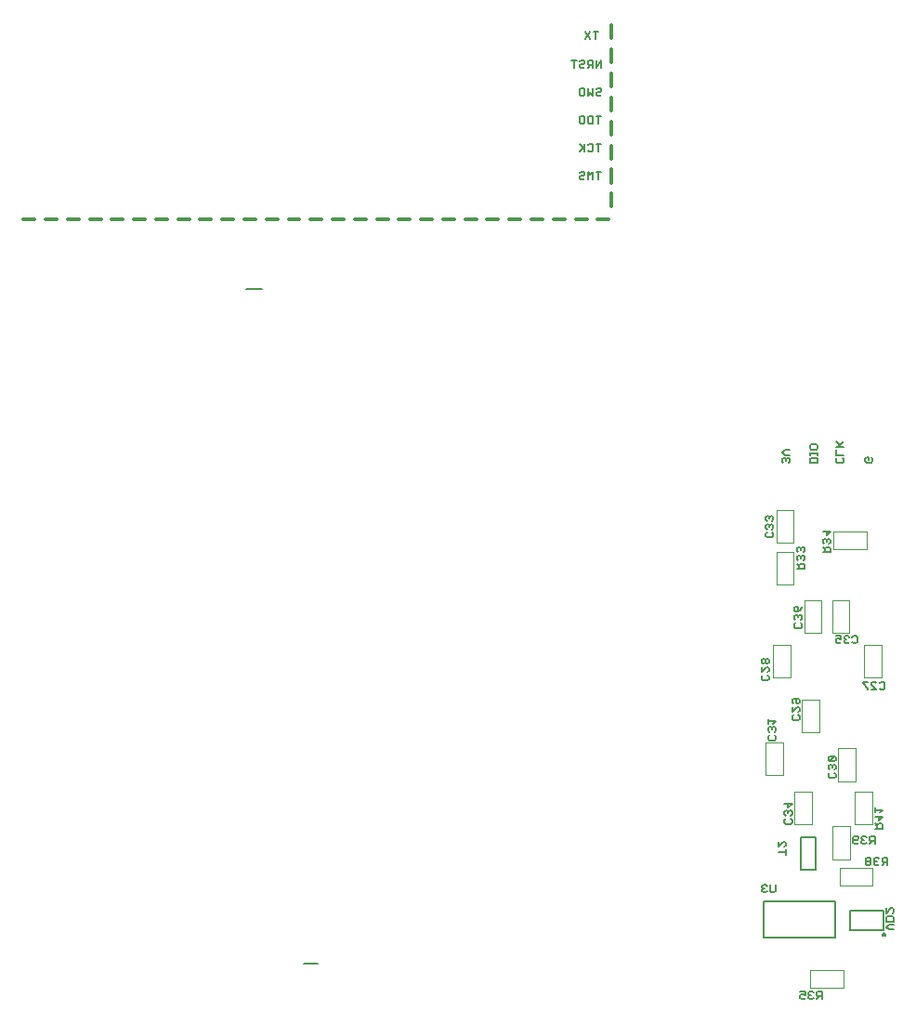
<source format=gbr>
G75*
%MOIN*%
%OFA0B0*%
%FSLAX25Y25*%
%IPPOS*%
%LPD*%
%AMOC8*
5,1,8,0,0,1.08239X$1,22.5*
%
%ADD10C,0.00500*%
%ADD11C,0.01200*%
%ADD12C,0.00800*%
%ADD13C,0.00200*%
%ADD14C,0.00600*%
D10*
X0271355Y0049950D02*
X0271805Y0049500D01*
X0272706Y0049500D01*
X0273156Y0049950D01*
X0274301Y0049950D02*
X0274301Y0052202D01*
X0273156Y0051752D02*
X0272706Y0052202D01*
X0271805Y0052202D01*
X0271355Y0051752D01*
X0271355Y0051302D01*
X0271805Y0050851D01*
X0271355Y0050401D01*
X0271355Y0049950D01*
X0271805Y0050851D02*
X0272255Y0050851D01*
X0274301Y0049950D02*
X0274752Y0049500D01*
X0275652Y0049500D01*
X0276103Y0049950D01*
X0276103Y0052202D01*
X0285097Y0057594D02*
X0290609Y0057594D01*
X0290609Y0069406D01*
X0285097Y0069406D01*
X0285097Y0057594D01*
X0279839Y0063044D02*
X0279839Y0064846D01*
X0279839Y0063945D02*
X0277137Y0063945D01*
X0277137Y0065990D02*
X0278939Y0067792D01*
X0279389Y0067792D01*
X0279839Y0067342D01*
X0279839Y0066441D01*
X0279389Y0065990D01*
X0277137Y0065990D02*
X0277137Y0067792D01*
X0279853Y0074080D02*
X0279403Y0074531D01*
X0279403Y0075431D01*
X0279853Y0075882D01*
X0279853Y0077027D02*
X0279403Y0077477D01*
X0279403Y0078378D01*
X0279853Y0078828D01*
X0280303Y0078828D01*
X0280754Y0078378D01*
X0280754Y0077927D01*
X0280754Y0078378D02*
X0281204Y0078828D01*
X0281655Y0078828D01*
X0282105Y0078378D01*
X0282105Y0077477D01*
X0281655Y0077027D01*
X0281655Y0075882D02*
X0282105Y0075431D01*
X0282105Y0074531D01*
X0281655Y0074080D01*
X0279853Y0074080D01*
X0280754Y0079973D02*
X0280754Y0081775D01*
X0282105Y0081324D02*
X0280754Y0079973D01*
X0279403Y0081324D02*
X0282105Y0081324D01*
X0295103Y0091031D02*
X0295103Y0091931D01*
X0295553Y0092382D01*
X0295553Y0093527D02*
X0295103Y0093977D01*
X0295103Y0094878D01*
X0295553Y0095328D01*
X0296003Y0095328D01*
X0296454Y0094878D01*
X0296454Y0094428D01*
X0296454Y0094878D02*
X0296904Y0095328D01*
X0297355Y0095328D01*
X0297805Y0094878D01*
X0297805Y0093977D01*
X0297355Y0093527D01*
X0297355Y0092382D02*
X0297805Y0091931D01*
X0297805Y0091031D01*
X0297355Y0090580D01*
X0295553Y0090580D01*
X0295103Y0091031D01*
X0295553Y0096473D02*
X0295103Y0096924D01*
X0295103Y0097824D01*
X0295553Y0098275D01*
X0297355Y0098275D01*
X0295553Y0096473D01*
X0297355Y0096473D01*
X0297805Y0096924D01*
X0297805Y0097824D01*
X0297355Y0098275D01*
X0284355Y0111330D02*
X0282553Y0111330D01*
X0282103Y0111781D01*
X0282103Y0112681D01*
X0282553Y0113132D01*
X0282103Y0114277D02*
X0283904Y0116078D01*
X0284355Y0116078D01*
X0284805Y0115628D01*
X0284805Y0114727D01*
X0284355Y0114277D01*
X0284355Y0113132D02*
X0284805Y0112681D01*
X0284805Y0111781D01*
X0284355Y0111330D01*
X0282103Y0114277D02*
X0282103Y0116078D01*
X0282553Y0117223D02*
X0282103Y0117674D01*
X0282103Y0118574D01*
X0282553Y0119025D01*
X0284355Y0119025D01*
X0284805Y0118574D01*
X0284805Y0117674D01*
X0284355Y0117223D01*
X0283904Y0117223D01*
X0283454Y0117674D01*
X0283454Y0119025D01*
X0276305Y0110874D02*
X0273603Y0110874D01*
X0273603Y0109973D02*
X0273603Y0111775D01*
X0275404Y0109973D02*
X0276305Y0110874D01*
X0275855Y0108828D02*
X0275404Y0108828D01*
X0274954Y0108378D01*
X0274503Y0108828D01*
X0274053Y0108828D01*
X0273603Y0108378D01*
X0273603Y0107477D01*
X0274053Y0107027D01*
X0274053Y0105882D02*
X0273603Y0105431D01*
X0273603Y0104531D01*
X0274053Y0104080D01*
X0275855Y0104080D01*
X0276305Y0104531D01*
X0276305Y0105431D01*
X0275855Y0105882D01*
X0275855Y0107027D02*
X0276305Y0107477D01*
X0276305Y0108378D01*
X0275855Y0108828D01*
X0274954Y0108378D02*
X0274954Y0107928D01*
X0273405Y0125580D02*
X0271603Y0125580D01*
X0271153Y0126031D01*
X0271153Y0126931D01*
X0271603Y0127382D01*
X0271153Y0128527D02*
X0272954Y0130328D01*
X0273405Y0130328D01*
X0273855Y0129878D01*
X0273855Y0128977D01*
X0273405Y0128527D01*
X0273405Y0127382D02*
X0273855Y0126931D01*
X0273855Y0126031D01*
X0273405Y0125580D01*
X0271153Y0128527D02*
X0271153Y0130328D01*
X0271603Y0131473D02*
X0271153Y0131924D01*
X0271153Y0132824D01*
X0271603Y0133275D01*
X0272053Y0133275D01*
X0272504Y0132824D01*
X0272504Y0131924D01*
X0272954Y0131473D01*
X0273405Y0131473D01*
X0273855Y0131924D01*
X0273855Y0132824D01*
X0273405Y0133275D01*
X0272954Y0133275D01*
X0272504Y0132824D01*
X0272504Y0131924D02*
X0272053Y0131473D01*
X0271603Y0131473D01*
X0283353Y0144330D02*
X0282903Y0144781D01*
X0282903Y0145681D01*
X0283353Y0146132D01*
X0283353Y0147277D02*
X0282903Y0147727D01*
X0282903Y0148628D01*
X0283353Y0149078D01*
X0283803Y0149078D01*
X0284254Y0148628D01*
X0284254Y0148177D01*
X0284254Y0148628D02*
X0284704Y0149078D01*
X0285155Y0149078D01*
X0285605Y0148628D01*
X0285605Y0147727D01*
X0285155Y0147277D01*
X0285155Y0146132D02*
X0285605Y0145681D01*
X0285605Y0144781D01*
X0285155Y0144330D01*
X0283353Y0144330D01*
X0283353Y0150223D02*
X0282903Y0150674D01*
X0282903Y0151574D01*
X0283353Y0152025D01*
X0283803Y0152025D01*
X0284254Y0151574D01*
X0284254Y0150223D01*
X0283353Y0150223D01*
X0284254Y0150223D02*
X0285155Y0151124D01*
X0285605Y0152025D01*
X0284753Y0165580D02*
X0284753Y0166931D01*
X0285204Y0167382D01*
X0286105Y0167382D01*
X0286555Y0166931D01*
X0286555Y0165580D01*
X0283853Y0165580D01*
X0284753Y0166481D02*
X0283853Y0167382D01*
X0284303Y0168527D02*
X0283853Y0168977D01*
X0283853Y0169878D01*
X0284303Y0170328D01*
X0284753Y0170328D01*
X0285204Y0169878D01*
X0285204Y0169428D01*
X0285204Y0169878D02*
X0285654Y0170328D01*
X0286105Y0170328D01*
X0286555Y0169878D01*
X0286555Y0168977D01*
X0286105Y0168527D01*
X0286105Y0171473D02*
X0286555Y0171924D01*
X0286555Y0172824D01*
X0286105Y0173275D01*
X0285654Y0173275D01*
X0285204Y0172824D01*
X0284753Y0173275D01*
X0284303Y0173275D01*
X0283853Y0172824D01*
X0283853Y0171924D01*
X0284303Y0171473D01*
X0285204Y0172374D02*
X0285204Y0172824D01*
X0275355Y0177281D02*
X0274905Y0176830D01*
X0273103Y0176830D01*
X0272653Y0177281D01*
X0272653Y0178181D01*
X0273103Y0178632D01*
X0273103Y0179777D02*
X0272653Y0180227D01*
X0272653Y0181128D01*
X0273103Y0181578D01*
X0273553Y0181578D01*
X0274004Y0181128D01*
X0274004Y0180677D01*
X0274004Y0181128D02*
X0274454Y0181578D01*
X0274905Y0181578D01*
X0275355Y0181128D01*
X0275355Y0180227D01*
X0274905Y0179777D01*
X0274905Y0178632D02*
X0275355Y0178181D01*
X0275355Y0177281D01*
X0274905Y0182723D02*
X0275355Y0183174D01*
X0275355Y0184074D01*
X0274905Y0184525D01*
X0274454Y0184525D01*
X0274004Y0184074D01*
X0273553Y0184525D01*
X0273103Y0184525D01*
X0272653Y0184074D01*
X0272653Y0183174D01*
X0273103Y0182723D01*
X0274004Y0183624D02*
X0274004Y0184074D01*
X0279053Y0203500D02*
X0278603Y0203950D01*
X0278603Y0204851D01*
X0279053Y0205302D01*
X0279503Y0205302D01*
X0279954Y0204851D01*
X0279954Y0204401D01*
X0279954Y0204851D02*
X0280404Y0205302D01*
X0280855Y0205302D01*
X0281305Y0204851D01*
X0281305Y0203950D01*
X0280855Y0203500D01*
X0281305Y0206447D02*
X0279503Y0206447D01*
X0278603Y0207347D01*
X0279503Y0208248D01*
X0281305Y0208248D01*
X0288603Y0208861D02*
X0288603Y0209762D01*
X0289053Y0210212D01*
X0290855Y0210212D01*
X0291305Y0209762D01*
X0291305Y0208861D01*
X0290855Y0208411D01*
X0289053Y0208411D01*
X0288603Y0208861D01*
X0288603Y0207347D02*
X0288603Y0206447D01*
X0288603Y0206897D02*
X0291305Y0206897D01*
X0291305Y0206447D02*
X0291305Y0207347D01*
X0290855Y0205302D02*
X0291305Y0204851D01*
X0291305Y0203500D01*
X0288603Y0203500D01*
X0288603Y0204851D01*
X0289053Y0205302D01*
X0290855Y0205302D01*
X0297853Y0204851D02*
X0298303Y0205302D01*
X0297853Y0204851D02*
X0297853Y0203950D01*
X0298303Y0203500D01*
X0300105Y0203500D01*
X0300555Y0203950D01*
X0300555Y0204851D01*
X0300105Y0205302D01*
X0300555Y0206447D02*
X0297853Y0206447D01*
X0297853Y0208248D01*
X0297853Y0209393D02*
X0300555Y0209393D01*
X0299204Y0209843D02*
X0297853Y0211195D01*
X0298753Y0209393D02*
X0300555Y0211195D01*
X0308353Y0205101D02*
X0308803Y0205552D01*
X0309704Y0205552D01*
X0309704Y0204651D01*
X0310605Y0205552D02*
X0311055Y0205101D01*
X0311055Y0204200D01*
X0310605Y0203750D01*
X0308803Y0203750D01*
X0308353Y0204200D01*
X0308353Y0205101D01*
X0305072Y0141502D02*
X0305523Y0141052D01*
X0305523Y0139250D01*
X0305072Y0138800D01*
X0304171Y0138800D01*
X0303721Y0139250D01*
X0302576Y0139250D02*
X0302126Y0138800D01*
X0301225Y0138800D01*
X0300774Y0139250D01*
X0300774Y0139701D01*
X0301225Y0140151D01*
X0301675Y0140151D01*
X0301225Y0140151D02*
X0300774Y0140602D01*
X0300774Y0141052D01*
X0301225Y0141502D01*
X0302126Y0141502D01*
X0302576Y0141052D01*
X0303721Y0141052D02*
X0304171Y0141502D01*
X0305072Y0141502D01*
X0299629Y0141502D02*
X0299629Y0140151D01*
X0298729Y0140602D01*
X0298278Y0140602D01*
X0297828Y0140151D01*
X0297828Y0139250D01*
X0298278Y0138800D01*
X0299179Y0138800D01*
X0299629Y0139250D01*
X0299629Y0141502D02*
X0297828Y0141502D01*
X0307578Y0125002D02*
X0307578Y0124552D01*
X0309379Y0122750D01*
X0309379Y0122300D01*
X0310524Y0122300D02*
X0312326Y0122300D01*
X0310524Y0124102D01*
X0310524Y0124552D01*
X0310975Y0125002D01*
X0311876Y0125002D01*
X0312326Y0124552D01*
X0313471Y0124552D02*
X0313921Y0125002D01*
X0314822Y0125002D01*
X0315273Y0124552D01*
X0315273Y0122750D01*
X0314822Y0122300D01*
X0313921Y0122300D01*
X0313471Y0122750D01*
X0309379Y0125002D02*
X0307578Y0125002D01*
X0311853Y0080025D02*
X0311853Y0078223D01*
X0311853Y0079124D02*
X0314555Y0079124D01*
X0313654Y0078223D01*
X0313204Y0077078D02*
X0313204Y0075277D01*
X0314555Y0076628D01*
X0311853Y0076628D01*
X0311853Y0074132D02*
X0312753Y0073231D01*
X0312753Y0073681D02*
X0312753Y0072330D01*
X0311853Y0072330D02*
X0314555Y0072330D01*
X0314555Y0073681D01*
X0314105Y0074132D01*
X0313204Y0074132D01*
X0312753Y0073681D01*
X0311773Y0069702D02*
X0310421Y0069702D01*
X0309971Y0069252D01*
X0309971Y0068351D01*
X0310421Y0067901D01*
X0311773Y0067901D01*
X0311773Y0067000D02*
X0311773Y0069702D01*
X0310872Y0067901D02*
X0309971Y0067000D01*
X0308826Y0067450D02*
X0308376Y0067000D01*
X0307475Y0067000D01*
X0307024Y0067450D01*
X0307024Y0067901D01*
X0307475Y0068351D01*
X0307925Y0068351D01*
X0307475Y0068351D02*
X0307024Y0068802D01*
X0307024Y0069252D01*
X0307475Y0069702D01*
X0308376Y0069702D01*
X0308826Y0069252D01*
X0305879Y0069252D02*
X0305879Y0068802D01*
X0305429Y0068351D01*
X0304078Y0068351D01*
X0304078Y0067450D02*
X0304078Y0069252D01*
X0304528Y0069702D01*
X0305429Y0069702D01*
X0305879Y0069252D01*
X0305879Y0067450D02*
X0305429Y0067000D01*
X0304528Y0067000D01*
X0304078Y0067450D01*
X0309028Y0061952D02*
X0308578Y0061502D01*
X0308578Y0061052D01*
X0309028Y0060601D01*
X0309929Y0060601D01*
X0310379Y0061052D01*
X0310379Y0061502D01*
X0309929Y0061952D01*
X0309028Y0061952D01*
X0309028Y0060601D02*
X0308578Y0060151D01*
X0308578Y0059700D01*
X0309028Y0059250D01*
X0309929Y0059250D01*
X0310379Y0059700D01*
X0310379Y0060151D01*
X0309929Y0060601D01*
X0311524Y0060151D02*
X0311975Y0060601D01*
X0312425Y0060601D01*
X0311975Y0060601D02*
X0311524Y0061052D01*
X0311524Y0061502D01*
X0311975Y0061952D01*
X0312876Y0061952D01*
X0313326Y0061502D01*
X0314471Y0061502D02*
X0314471Y0060601D01*
X0314921Y0060151D01*
X0316273Y0060151D01*
X0316273Y0059250D02*
X0316273Y0061952D01*
X0314921Y0061952D01*
X0314471Y0061502D01*
X0315372Y0060151D02*
X0314471Y0059250D01*
X0313326Y0059700D02*
X0312876Y0059250D01*
X0311975Y0059250D01*
X0311524Y0059700D01*
X0311524Y0060151D01*
X0315903Y0043855D02*
X0315903Y0042053D01*
X0317704Y0043855D01*
X0318155Y0043855D01*
X0318605Y0043405D01*
X0318605Y0042504D01*
X0318155Y0042053D01*
X0318155Y0040909D02*
X0318605Y0040458D01*
X0318605Y0039107D01*
X0315903Y0039107D01*
X0315903Y0040458D01*
X0316353Y0040909D01*
X0318155Y0040909D01*
X0318605Y0037962D02*
X0316803Y0037962D01*
X0315903Y0037061D01*
X0316803Y0036160D01*
X0318605Y0036160D01*
X0292773Y0014002D02*
X0292773Y0011300D01*
X0292773Y0012201D02*
X0291421Y0012201D01*
X0290971Y0012651D01*
X0290971Y0013552D01*
X0291421Y0014002D01*
X0292773Y0014002D01*
X0291872Y0012201D02*
X0290971Y0011300D01*
X0289826Y0011750D02*
X0289376Y0011300D01*
X0288475Y0011300D01*
X0288024Y0011750D01*
X0288024Y0012201D01*
X0288475Y0012651D01*
X0288925Y0012651D01*
X0288475Y0012651D02*
X0288024Y0013102D01*
X0288024Y0013552D01*
X0288475Y0014002D01*
X0289376Y0014002D01*
X0289826Y0013552D01*
X0286879Y0014002D02*
X0286879Y0012651D01*
X0285979Y0013102D01*
X0285528Y0013102D01*
X0285078Y0012651D01*
X0285078Y0011750D01*
X0285528Y0011300D01*
X0286429Y0011300D01*
X0286879Y0011750D01*
X0286879Y0014002D02*
X0285078Y0014002D01*
X0212702Y0305250D02*
X0212702Y0307952D01*
X0213603Y0307952D02*
X0211801Y0307952D01*
X0210656Y0307952D02*
X0209755Y0307052D01*
X0208855Y0307952D01*
X0208855Y0305250D01*
X0207710Y0305700D02*
X0207259Y0305250D01*
X0206359Y0305250D01*
X0205908Y0305700D01*
X0205908Y0306151D01*
X0206359Y0306601D01*
X0207259Y0306601D01*
X0207710Y0307052D01*
X0207710Y0307502D01*
X0207259Y0307952D01*
X0206359Y0307952D01*
X0205908Y0307502D01*
X0210656Y0307952D02*
X0210656Y0305250D01*
X0210206Y0315250D02*
X0209305Y0315250D01*
X0208855Y0315700D01*
X0207710Y0315250D02*
X0207710Y0317952D01*
X0208855Y0317502D02*
X0209305Y0317952D01*
X0210206Y0317952D01*
X0210656Y0317502D01*
X0210656Y0315700D01*
X0210206Y0315250D01*
X0212702Y0315250D02*
X0212702Y0317952D01*
X0213603Y0317952D02*
X0211801Y0317952D01*
X0207710Y0316151D02*
X0205908Y0317952D01*
X0207259Y0316601D02*
X0205908Y0315250D01*
X0206359Y0325250D02*
X0205908Y0325700D01*
X0205908Y0327502D01*
X0206359Y0327952D01*
X0207259Y0327952D01*
X0207710Y0327502D01*
X0207710Y0325700D01*
X0207259Y0325250D01*
X0206359Y0325250D01*
X0208855Y0325700D02*
X0208855Y0327502D01*
X0209305Y0327952D01*
X0210656Y0327952D01*
X0210656Y0325250D01*
X0209305Y0325250D01*
X0208855Y0325700D01*
X0211801Y0327952D02*
X0213603Y0327952D01*
X0212702Y0327952D02*
X0212702Y0325250D01*
X0213152Y0335250D02*
X0213603Y0335700D01*
X0213152Y0335250D02*
X0212252Y0335250D01*
X0211801Y0335700D01*
X0211801Y0336151D01*
X0212252Y0336601D01*
X0213152Y0336601D01*
X0213603Y0337052D01*
X0213603Y0337502D01*
X0213152Y0337952D01*
X0212252Y0337952D01*
X0211801Y0337502D01*
X0210656Y0337952D02*
X0210656Y0335250D01*
X0209755Y0336151D01*
X0208855Y0335250D01*
X0208855Y0337952D01*
X0207710Y0337502D02*
X0207710Y0335700D01*
X0207259Y0335250D01*
X0206359Y0335250D01*
X0205908Y0335700D01*
X0205908Y0337502D01*
X0206359Y0337952D01*
X0207259Y0337952D01*
X0207710Y0337502D01*
X0207259Y0345250D02*
X0206359Y0345250D01*
X0205908Y0345700D01*
X0205908Y0346151D01*
X0206359Y0346601D01*
X0207259Y0346601D01*
X0207710Y0347052D01*
X0207710Y0347502D01*
X0207259Y0347952D01*
X0206359Y0347952D01*
X0205908Y0347502D01*
X0204763Y0347952D02*
X0202962Y0347952D01*
X0203862Y0347952D02*
X0203862Y0345250D01*
X0207259Y0345250D02*
X0207710Y0345700D01*
X0208855Y0345250D02*
X0209755Y0346151D01*
X0209305Y0346151D02*
X0210656Y0346151D01*
X0210656Y0345250D02*
X0210656Y0347952D01*
X0209305Y0347952D01*
X0208855Y0347502D01*
X0208855Y0346601D01*
X0209305Y0346151D01*
X0211801Y0345250D02*
X0211801Y0347952D01*
X0213603Y0347952D02*
X0211801Y0345250D01*
X0213603Y0345250D02*
X0213603Y0347952D01*
X0211702Y0355750D02*
X0211702Y0358452D01*
X0212603Y0358452D02*
X0210801Y0358452D01*
X0209656Y0358452D02*
X0207855Y0355750D01*
X0209656Y0355750D02*
X0207855Y0358452D01*
D11*
X0217353Y0360500D02*
X0217353Y0355820D01*
X0217353Y0351883D02*
X0217353Y0347203D01*
X0217353Y0343266D02*
X0217353Y0338586D01*
X0217353Y0334649D02*
X0217353Y0329969D01*
X0217353Y0326031D02*
X0217353Y0321351D01*
X0217353Y0317414D02*
X0217353Y0312734D01*
X0217353Y0308797D02*
X0217353Y0304117D01*
X0217353Y0300180D02*
X0217353Y0295500D01*
X0216353Y0291000D02*
X0212366Y0291000D01*
X0208429Y0291000D02*
X0204443Y0291000D01*
X0200506Y0291000D02*
X0196519Y0291000D01*
X0192582Y0291000D02*
X0188595Y0291000D01*
X0184658Y0291000D02*
X0180672Y0291000D01*
X0176735Y0291000D02*
X0172748Y0291000D01*
X0168811Y0291000D02*
X0164825Y0291000D01*
X0160888Y0291000D02*
X0156901Y0291000D01*
X0152964Y0291000D02*
X0148977Y0291000D01*
X0145040Y0291000D02*
X0141054Y0291000D01*
X0137117Y0291000D02*
X0133130Y0291000D01*
X0129193Y0291000D02*
X0125207Y0291000D01*
X0121270Y0291000D02*
X0117283Y0291000D01*
X0113346Y0291000D02*
X0109359Y0291000D01*
X0105422Y0291000D02*
X0101436Y0291000D01*
X0097499Y0291000D02*
X0093512Y0291000D01*
X0089575Y0291000D02*
X0085589Y0291000D01*
X0081652Y0291000D02*
X0077665Y0291000D01*
X0073728Y0291000D02*
X0069741Y0291000D01*
X0065804Y0291000D02*
X0061818Y0291000D01*
X0057881Y0291000D02*
X0053894Y0291000D01*
X0049957Y0291000D02*
X0045971Y0291000D01*
X0042034Y0291000D02*
X0038047Y0291000D01*
X0034110Y0291000D02*
X0030124Y0291000D01*
X0026187Y0291000D02*
X0022200Y0291000D01*
X0018263Y0291000D02*
X0014276Y0291000D01*
X0010339Y0291000D02*
X0006353Y0291000D01*
D12*
X0106853Y0024000D02*
X0111853Y0024000D01*
X0271953Y0033250D02*
X0297753Y0033250D01*
X0297753Y0046250D01*
X0271953Y0046250D01*
X0271953Y0033250D01*
X0091853Y0266000D02*
X0086353Y0266000D01*
D13*
X0272703Y0103406D02*
X0272703Y0091594D01*
X0279002Y0091594D01*
X0279002Y0103406D01*
X0272703Y0103406D01*
X0285703Y0106844D02*
X0285703Y0118656D01*
X0292002Y0118656D01*
X0292002Y0106844D01*
X0285703Y0106844D01*
X0298703Y0101156D02*
X0298703Y0089344D01*
X0305002Y0089344D01*
X0305002Y0101156D01*
X0298703Y0101156D01*
X0304703Y0085656D02*
X0304703Y0073844D01*
X0311002Y0073844D01*
X0311002Y0085656D01*
X0304703Y0085656D01*
X0303002Y0073156D02*
X0296703Y0073156D01*
X0296703Y0061344D01*
X0303002Y0061344D01*
X0303002Y0073156D01*
X0289252Y0073844D02*
X0282953Y0073844D01*
X0282953Y0085656D01*
X0289252Y0085656D01*
X0289252Y0073844D01*
X0299197Y0058150D02*
X0299197Y0051850D01*
X0311008Y0051850D01*
X0311008Y0058150D01*
X0299197Y0058150D01*
X0300508Y0021650D02*
X0288697Y0021650D01*
X0288697Y0015350D01*
X0300508Y0015350D01*
X0300508Y0021650D01*
X0307953Y0126594D02*
X0314252Y0126594D01*
X0314252Y0138406D01*
X0307953Y0138406D01*
X0307953Y0126594D01*
X0302752Y0142594D02*
X0296453Y0142594D01*
X0296453Y0154406D01*
X0302752Y0154406D01*
X0302752Y0142594D01*
X0292752Y0142594D02*
X0292752Y0154406D01*
X0286453Y0154406D01*
X0286453Y0142594D01*
X0292752Y0142594D01*
X0281502Y0138406D02*
X0281502Y0126594D01*
X0275203Y0126594D01*
X0275203Y0138406D01*
X0281502Y0138406D01*
X0282752Y0159844D02*
X0276453Y0159844D01*
X0276453Y0171656D01*
X0282752Y0171656D01*
X0282752Y0159844D01*
X0282752Y0174844D02*
X0276453Y0174844D01*
X0276453Y0186656D01*
X0282752Y0186656D01*
X0282752Y0174844D01*
X0296947Y0172600D02*
X0308758Y0172600D01*
X0308758Y0178900D01*
X0296947Y0178900D01*
X0296947Y0172600D01*
D14*
X0295805Y0172931D02*
X0295371Y0173365D01*
X0294504Y0173365D01*
X0294070Y0172931D01*
X0294070Y0171630D01*
X0293203Y0171630D02*
X0295805Y0171630D01*
X0295805Y0172931D01*
X0295371Y0174577D02*
X0295805Y0175010D01*
X0295805Y0175878D01*
X0295371Y0176312D01*
X0294938Y0176312D01*
X0294504Y0175878D01*
X0294070Y0176312D01*
X0293636Y0176312D01*
X0293203Y0175878D01*
X0293203Y0175010D01*
X0293636Y0174577D01*
X0294504Y0175444D02*
X0294504Y0175878D01*
X0294504Y0177523D02*
X0294504Y0179258D01*
X0295805Y0178824D02*
X0294504Y0177523D01*
X0293203Y0178824D02*
X0295805Y0178824D01*
X0293203Y0173365D02*
X0294070Y0172498D01*
X0302947Y0042831D02*
X0302947Y0035955D01*
X0314758Y0035955D01*
X0314758Y0042831D01*
X0302947Y0042831D01*
X0314640Y0034378D02*
X0314642Y0034421D01*
X0314648Y0034463D01*
X0314658Y0034504D01*
X0314671Y0034545D01*
X0314688Y0034583D01*
X0314709Y0034621D01*
X0314733Y0034656D01*
X0314760Y0034689D01*
X0314790Y0034719D01*
X0314823Y0034746D01*
X0314858Y0034770D01*
X0314896Y0034791D01*
X0314934Y0034808D01*
X0314975Y0034821D01*
X0315016Y0034831D01*
X0315058Y0034837D01*
X0315101Y0034839D01*
X0315144Y0034837D01*
X0315186Y0034831D01*
X0315227Y0034821D01*
X0315268Y0034808D01*
X0315306Y0034791D01*
X0315344Y0034770D01*
X0315379Y0034746D01*
X0315412Y0034719D01*
X0315442Y0034689D01*
X0315469Y0034656D01*
X0315493Y0034621D01*
X0315514Y0034583D01*
X0315531Y0034545D01*
X0315544Y0034504D01*
X0315554Y0034463D01*
X0315560Y0034421D01*
X0315562Y0034378D01*
X0315560Y0034335D01*
X0315554Y0034293D01*
X0315544Y0034252D01*
X0315531Y0034211D01*
X0315514Y0034173D01*
X0315493Y0034135D01*
X0315469Y0034100D01*
X0315442Y0034067D01*
X0315412Y0034037D01*
X0315379Y0034010D01*
X0315344Y0033986D01*
X0315306Y0033965D01*
X0315268Y0033948D01*
X0315227Y0033935D01*
X0315186Y0033925D01*
X0315144Y0033919D01*
X0315101Y0033917D01*
X0315058Y0033919D01*
X0315016Y0033925D01*
X0314975Y0033935D01*
X0314934Y0033948D01*
X0314896Y0033965D01*
X0314858Y0033986D01*
X0314823Y0034010D01*
X0314790Y0034037D01*
X0314760Y0034067D01*
X0314733Y0034100D01*
X0314709Y0034135D01*
X0314688Y0034173D01*
X0314671Y0034211D01*
X0314658Y0034252D01*
X0314648Y0034293D01*
X0314642Y0034335D01*
X0314640Y0034378D01*
M02*

</source>
